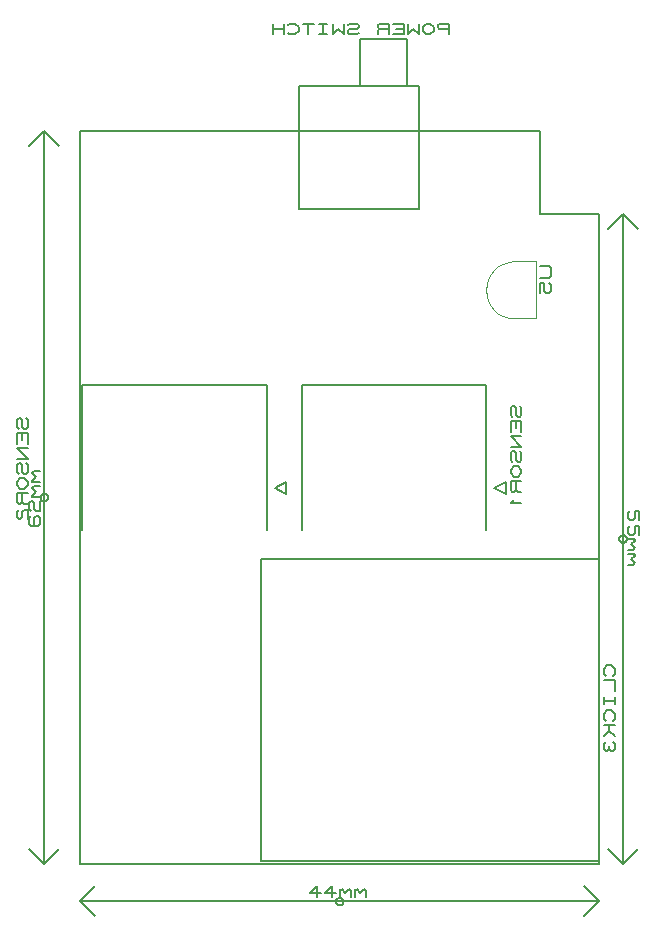
<source format=gbr>
G04 PROTEUS GERBER X2 FILE*
%TF.GenerationSoftware,Labcenter,Proteus,8.12-SP0-Build30713*%
%TF.CreationDate,2023-07-17T11:58:22+00:00*%
%TF.FileFunction,Legend,Bot*%
%TF.FilePolarity,Positive*%
%TF.Part,Single*%
%TF.SameCoordinates,{929d0d33-b1dc-492e-9cfe-804fc5f4831e}*%
%FSLAX45Y45*%
%MOMM*%
G01*
%TA.AperFunction,Material*%
%ADD22C,0.127000*%
%ADD23C,0.203200*%
%TA.AperFunction,Profile*%
%ADD20C,0.203200*%
%TA.AperFunction,NonMaterial*%
%ADD21C,0.203200*%
%TA.AperFunction,Material*%
%ADD26C,0.100000*%
%TD.AperFunction*%
D22*
X+1582000Y+2828000D02*
X+1582000Y+4052000D01*
X+18000Y+4052000D01*
X+18000Y+2828000D01*
X+1750000Y+3130000D02*
X+1750000Y+3230000D01*
X+1650000Y+3180000D01*
X+1750000Y+3130000D01*
D23*
X-456970Y+3775000D02*
X-441730Y+3759125D01*
X-441730Y+3695625D01*
X-456970Y+3679750D01*
X-472210Y+3679750D01*
X-487450Y+3695625D01*
X-487450Y+3759125D01*
X-502690Y+3775000D01*
X-517930Y+3775000D01*
X-533170Y+3759125D01*
X-533170Y+3695625D01*
X-517930Y+3679750D01*
X-441730Y+3552750D02*
X-441730Y+3648000D01*
X-533170Y+3648000D01*
X-533170Y+3552750D01*
X-487450Y+3648000D02*
X-487450Y+3584500D01*
X-441730Y+3521000D02*
X-533170Y+3521000D01*
X-441730Y+3425750D01*
X-533170Y+3425750D01*
X-456970Y+3394000D02*
X-441730Y+3378125D01*
X-441730Y+3314625D01*
X-456970Y+3298750D01*
X-472210Y+3298750D01*
X-487450Y+3314625D01*
X-487450Y+3378125D01*
X-502690Y+3394000D01*
X-517930Y+3394000D01*
X-533170Y+3378125D01*
X-533170Y+3314625D01*
X-517930Y+3298750D01*
X-502690Y+3267000D02*
X-533170Y+3235250D01*
X-533170Y+3203500D01*
X-502690Y+3171750D01*
X-472210Y+3171750D01*
X-441730Y+3203500D01*
X-441730Y+3235250D01*
X-472210Y+3267000D01*
X-502690Y+3267000D01*
X-441730Y+3140000D02*
X-533170Y+3140000D01*
X-533170Y+3060625D01*
X-517930Y+3044750D01*
X-502690Y+3044750D01*
X-487450Y+3060625D01*
X-487450Y+3140000D01*
X-487450Y+3060625D02*
X-472210Y+3044750D01*
X-441730Y+3044750D01*
X-517930Y+2997125D02*
X-533170Y+2981250D01*
X-533170Y+2933625D01*
X-517930Y+2917750D01*
X-502690Y+2917750D01*
X-487450Y+2933625D01*
X-487450Y+2981250D01*
X-472210Y+2997125D01*
X-441730Y+2997125D01*
X-441730Y+2917750D01*
D22*
X+3442000Y+2828000D02*
X+3442000Y+4052000D01*
X+1878000Y+4052000D01*
X+1878000Y+2828000D01*
X+3610000Y+3130000D02*
X+3610000Y+3230000D01*
X+3510000Y+3180000D01*
X+3610000Y+3130000D01*
D23*
X+3723030Y+3875000D02*
X+3738270Y+3859125D01*
X+3738270Y+3795625D01*
X+3723030Y+3779750D01*
X+3707790Y+3779750D01*
X+3692550Y+3795625D01*
X+3692550Y+3859125D01*
X+3677310Y+3875000D01*
X+3662070Y+3875000D01*
X+3646830Y+3859125D01*
X+3646830Y+3795625D01*
X+3662070Y+3779750D01*
X+3738270Y+3652750D02*
X+3738270Y+3748000D01*
X+3646830Y+3748000D01*
X+3646830Y+3652750D01*
X+3692550Y+3748000D02*
X+3692550Y+3684500D01*
X+3738270Y+3621000D02*
X+3646830Y+3621000D01*
X+3738270Y+3525750D01*
X+3646830Y+3525750D01*
X+3723030Y+3494000D02*
X+3738270Y+3478125D01*
X+3738270Y+3414625D01*
X+3723030Y+3398750D01*
X+3707790Y+3398750D01*
X+3692550Y+3414625D01*
X+3692550Y+3478125D01*
X+3677310Y+3494000D01*
X+3662070Y+3494000D01*
X+3646830Y+3478125D01*
X+3646830Y+3414625D01*
X+3662070Y+3398750D01*
X+3677310Y+3367000D02*
X+3646830Y+3335250D01*
X+3646830Y+3303500D01*
X+3677310Y+3271750D01*
X+3707790Y+3271750D01*
X+3738270Y+3303500D01*
X+3738270Y+3335250D01*
X+3707790Y+3367000D01*
X+3677310Y+3367000D01*
X+3738270Y+3240000D02*
X+3646830Y+3240000D01*
X+3646830Y+3160625D01*
X+3662070Y+3144750D01*
X+3677310Y+3144750D01*
X+3692550Y+3160625D01*
X+3692550Y+3240000D01*
X+3692550Y+3160625D02*
X+3707790Y+3144750D01*
X+3738270Y+3144750D01*
X+3677310Y+3081250D02*
X+3646830Y+3049500D01*
X+3738270Y+3049500D01*
X+1535400Y+20000D02*
X+4395400Y+20000D01*
X+4395400Y+2580000D01*
X+1535400Y+2580000D01*
X+1535400Y+20000D01*
X+4512240Y+1585750D02*
X+4527480Y+1601625D01*
X+4527480Y+1649250D01*
X+4497000Y+1681000D01*
X+4466520Y+1681000D01*
X+4436040Y+1649250D01*
X+4436040Y+1601625D01*
X+4451280Y+1585750D01*
X+4436040Y+1554000D02*
X+4527480Y+1554000D01*
X+4527480Y+1458750D01*
X+4436040Y+1411125D02*
X+4436040Y+1347625D01*
X+4436040Y+1379375D02*
X+4527480Y+1379375D01*
X+4527480Y+1411125D02*
X+4527480Y+1347625D01*
X+4512240Y+1204750D02*
X+4527480Y+1220625D01*
X+4527480Y+1268250D01*
X+4497000Y+1300000D01*
X+4466520Y+1300000D01*
X+4436040Y+1268250D01*
X+4436040Y+1220625D01*
X+4451280Y+1204750D01*
X+4436040Y+1173000D02*
X+4527480Y+1173000D01*
X+4436040Y+1077750D02*
X+4481760Y+1125375D01*
X+4527480Y+1077750D01*
X+4481760Y+1173000D02*
X+4481760Y+1125375D01*
X+4451280Y+1030125D02*
X+4436040Y+1014250D01*
X+4436040Y+966625D01*
X+4451280Y+950750D01*
X+4466520Y+950750D01*
X+4481760Y+966625D01*
X+4497000Y+950750D01*
X+4512240Y+950750D01*
X+4527480Y+966625D01*
X+4527480Y+1014250D01*
X+4512240Y+1030125D01*
X+4481760Y+998375D02*
X+4481760Y+966625D01*
D20*
X+0Y+0D02*
X+0Y+6200000D01*
X+3900000Y+6200000D01*
X+3900000Y+5500000D01*
X+4400000Y+5500000D01*
X+4400000Y+0D01*
D21*
X+0Y-320000D02*
X+4400000Y-320000D01*
X+0Y-320000D02*
X+127000Y-447000D01*
X+0Y-320000D02*
X+127000Y-193000D01*
X+4400000Y-320000D02*
X+4273000Y-193000D01*
X+4400000Y-320000D02*
X+4273000Y-447000D01*
X+2231750Y-320000D02*
X+2231641Y-317366D01*
X+2230751Y-312097D01*
X+2228889Y-306828D01*
X+2225846Y-301559D01*
X+2221191Y-296357D01*
X+2215922Y-292531D01*
X+2210653Y-290091D01*
X+2205384Y-288710D01*
X+2200115Y-288250D01*
X+2200000Y-288250D01*
X+2168250Y-320000D02*
X+2168359Y-317366D01*
X+2169249Y-312097D01*
X+2171111Y-306828D01*
X+2174154Y-301559D01*
X+2178809Y-296357D01*
X+2184078Y-292531D01*
X+2189347Y-290091D01*
X+2194616Y-288710D01*
X+2199885Y-288250D01*
X+2200000Y-288250D01*
X+2168250Y-320000D02*
X+2168359Y-322634D01*
X+2169249Y-327903D01*
X+2171111Y-333172D01*
X+2174154Y-338441D01*
X+2178809Y-343643D01*
X+2184078Y-347469D01*
X+2189347Y-349909D01*
X+2194616Y-351290D01*
X+2199885Y-351750D01*
X+2200000Y-351750D01*
X+2231750Y-320000D02*
X+2231641Y-322634D01*
X+2230751Y-327903D01*
X+2228889Y-333172D01*
X+2225846Y-338441D01*
X+2221191Y-343643D01*
X+2215922Y-347469D01*
X+2210653Y-349909D01*
X+2205384Y-351290D01*
X+2200115Y-351750D01*
X+2200000Y-351750D01*
X+2041250Y-248880D02*
X+1946000Y-248880D01*
X+2009500Y-187920D01*
X+2009500Y-279360D01*
X+2168250Y-248880D02*
X+2073000Y-248880D01*
X+2136500Y-187920D01*
X+2136500Y-279360D01*
X+2200000Y-279360D02*
X+2200000Y-218400D01*
X+2200000Y-233640D02*
X+2215875Y-218400D01*
X+2247625Y-248880D01*
X+2279375Y-218400D01*
X+2295250Y-233640D01*
X+2295250Y-279360D01*
X+2327000Y-279360D02*
X+2327000Y-218400D01*
X+2327000Y-233640D02*
X+2342875Y-218400D01*
X+2374625Y-248880D01*
X+2406375Y-218400D01*
X+2422250Y-233640D01*
X+2422250Y-279360D01*
D20*
X+0Y+0D02*
X+4400000Y+0D01*
D21*
X-300000Y+0D02*
X-300000Y+6200000D01*
X-300000Y+0D02*
X-173000Y+127000D01*
X-300000Y+0D02*
X-427000Y+127000D01*
X-300000Y+6200000D02*
X-427000Y+6073000D01*
X-300000Y+6200000D02*
X-173000Y+6073000D01*
X-268250Y+3100000D02*
X-268359Y+3102634D01*
X-269249Y+3107903D01*
X-271111Y+3113172D01*
X-274154Y+3118441D01*
X-278809Y+3123643D01*
X-284078Y+3127469D01*
X-289347Y+3129909D01*
X-294616Y+3131290D01*
X-299885Y+3131750D01*
X-300000Y+3131750D01*
X-331750Y+3100000D02*
X-331641Y+3102634D01*
X-330751Y+3107903D01*
X-328889Y+3113172D01*
X-325846Y+3118441D01*
X-321191Y+3123643D01*
X-315922Y+3127469D01*
X-310653Y+3129909D01*
X-305384Y+3131290D01*
X-300115Y+3131750D01*
X-300000Y+3131750D01*
X-331750Y+3100000D02*
X-331641Y+3097366D01*
X-330751Y+3092097D01*
X-328889Y+3086828D01*
X-325846Y+3081559D01*
X-321191Y+3076357D01*
X-315922Y+3072531D01*
X-310653Y+3070091D01*
X-305384Y+3068710D01*
X-300115Y+3068250D01*
X-300000Y+3068250D01*
X-268250Y+3100000D02*
X-268359Y+3097366D01*
X-269249Y+3092097D01*
X-271111Y+3086828D01*
X-274154Y+3081559D01*
X-278809Y+3076357D01*
X-284078Y+3072531D01*
X-289347Y+3070091D01*
X-294616Y+3068710D01*
X-299885Y+3068250D01*
X-300000Y+3068250D01*
X-416840Y+2941250D02*
X-432080Y+2925375D01*
X-432080Y+2877750D01*
X-416840Y+2861875D01*
X-355880Y+2861875D01*
X-340640Y+2877750D01*
X-340640Y+2925375D01*
X-355880Y+2941250D01*
X-371120Y+2941250D01*
X-386360Y+2925375D01*
X-386360Y+2861875D01*
X-416840Y+2988875D02*
X-432080Y+3004750D01*
X-432080Y+3052375D01*
X-416840Y+3068250D01*
X-401600Y+3068250D01*
X-386360Y+3052375D01*
X-386360Y+3004750D01*
X-371120Y+2988875D01*
X-340640Y+2988875D01*
X-340640Y+3068250D01*
X-340640Y+3100000D02*
X-401600Y+3100000D01*
X-386360Y+3100000D02*
X-401600Y+3115875D01*
X-371120Y+3147625D01*
X-401600Y+3179375D01*
X-386360Y+3195250D01*
X-340640Y+3195250D01*
X-340640Y+3227000D02*
X-401600Y+3227000D01*
X-386360Y+3227000D02*
X-401600Y+3242875D01*
X-371120Y+3274625D01*
X-401600Y+3306375D01*
X-386360Y+3322250D01*
X-340640Y+3322250D01*
X+4600000Y+5500000D02*
X+4600000Y+0D01*
X+4600000Y+5500000D02*
X+4473000Y+5373000D01*
X+4600000Y+5500000D02*
X+4727000Y+5373000D01*
X+4600000Y+0D02*
X+4727000Y+127000D01*
X+4600000Y+0D02*
X+4473000Y+127000D01*
X+4631750Y+2750000D02*
X+4631641Y+2752634D01*
X+4630751Y+2757903D01*
X+4628889Y+2763172D01*
X+4625846Y+2768441D01*
X+4621191Y+2773643D01*
X+4615922Y+2777469D01*
X+4610653Y+2779909D01*
X+4605384Y+2781290D01*
X+4600115Y+2781750D01*
X+4600000Y+2781750D01*
X+4568250Y+2750000D02*
X+4568359Y+2752634D01*
X+4569249Y+2757903D01*
X+4571111Y+2763172D01*
X+4574154Y+2768441D01*
X+4578809Y+2773643D01*
X+4584078Y+2777469D01*
X+4589347Y+2779909D01*
X+4594616Y+2781290D01*
X+4599885Y+2781750D01*
X+4600000Y+2781750D01*
X+4568250Y+2750000D02*
X+4568359Y+2747366D01*
X+4569249Y+2742097D01*
X+4571111Y+2736828D01*
X+4574154Y+2731559D01*
X+4578809Y+2726357D01*
X+4584078Y+2722531D01*
X+4589347Y+2720091D01*
X+4594616Y+2718710D01*
X+4599885Y+2718250D01*
X+4600000Y+2718250D01*
X+4631750Y+2750000D02*
X+4631641Y+2747366D01*
X+4630751Y+2742097D01*
X+4628889Y+2736828D01*
X+4625846Y+2731559D01*
X+4621191Y+2726357D01*
X+4615922Y+2722531D01*
X+4610653Y+2720091D01*
X+4605384Y+2718710D01*
X+4600115Y+2718250D01*
X+4600000Y+2718250D01*
X+4732080Y+2908750D02*
X+4732080Y+2988125D01*
X+4701600Y+2988125D01*
X+4701600Y+2924625D01*
X+4686360Y+2908750D01*
X+4655880Y+2908750D01*
X+4640640Y+2924625D01*
X+4640640Y+2972250D01*
X+4655880Y+2988125D01*
X+4732080Y+2781750D02*
X+4732080Y+2861125D01*
X+4701600Y+2861125D01*
X+4701600Y+2797625D01*
X+4686360Y+2781750D01*
X+4655880Y+2781750D01*
X+4640640Y+2797625D01*
X+4640640Y+2845250D01*
X+4655880Y+2861125D01*
X+4640640Y+2750000D02*
X+4701600Y+2750000D01*
X+4686360Y+2750000D02*
X+4701600Y+2734125D01*
X+4671120Y+2702375D01*
X+4701600Y+2670625D01*
X+4686360Y+2654750D01*
X+4640640Y+2654750D01*
X+4640640Y+2623000D02*
X+4701600Y+2623000D01*
X+4686360Y+2623000D02*
X+4701600Y+2607125D01*
X+4671120Y+2575375D01*
X+4701600Y+2543625D01*
X+4686360Y+2527750D01*
X+4640640Y+2527750D01*
D23*
X+1854000Y+5540000D02*
X+2870000Y+5540000D01*
X+2870000Y+6580000D01*
X+1854000Y+6580000D01*
X+1854000Y+5540000D01*
X+2370000Y+6580000D02*
X+2770000Y+6580000D01*
X+2770000Y+6980000D01*
X+2370000Y+6980000D01*
X+2370000Y+6580000D01*
X+3124000Y+7020640D02*
X+3124000Y+7112080D01*
X+3044625Y+7112080D01*
X+3028750Y+7096840D01*
X+3028750Y+7081600D01*
X+3044625Y+7066360D01*
X+3124000Y+7066360D01*
X+2997000Y+7081600D02*
X+2965250Y+7112080D01*
X+2933500Y+7112080D01*
X+2901750Y+7081600D01*
X+2901750Y+7051120D01*
X+2933500Y+7020640D01*
X+2965250Y+7020640D01*
X+2997000Y+7051120D01*
X+2997000Y+7081600D01*
X+2870000Y+7112080D02*
X+2870000Y+7020640D01*
X+2822375Y+7066360D01*
X+2774750Y+7020640D01*
X+2774750Y+7112080D01*
X+2647750Y+7020640D02*
X+2743000Y+7020640D01*
X+2743000Y+7112080D01*
X+2647750Y+7112080D01*
X+2743000Y+7066360D02*
X+2679500Y+7066360D01*
X+2616000Y+7020640D02*
X+2616000Y+7112080D01*
X+2536625Y+7112080D01*
X+2520750Y+7096840D01*
X+2520750Y+7081600D01*
X+2536625Y+7066360D01*
X+2616000Y+7066360D01*
X+2536625Y+7066360D02*
X+2520750Y+7051120D01*
X+2520750Y+7020640D01*
X+2362000Y+7035880D02*
X+2346125Y+7020640D01*
X+2282625Y+7020640D01*
X+2266750Y+7035880D01*
X+2266750Y+7051120D01*
X+2282625Y+7066360D01*
X+2346125Y+7066360D01*
X+2362000Y+7081600D01*
X+2362000Y+7096840D01*
X+2346125Y+7112080D01*
X+2282625Y+7112080D01*
X+2266750Y+7096840D01*
X+2235000Y+7112080D02*
X+2235000Y+7020640D01*
X+2187375Y+7066360D01*
X+2139750Y+7020640D01*
X+2139750Y+7112080D01*
X+2092125Y+7112080D02*
X+2028625Y+7112080D01*
X+2060375Y+7112080D02*
X+2060375Y+7020640D01*
X+2092125Y+7020640D02*
X+2028625Y+7020640D01*
X+1981000Y+7112080D02*
X+1885750Y+7112080D01*
X+1933375Y+7112080D02*
X+1933375Y+7020640D01*
X+1758750Y+7035880D02*
X+1774625Y+7020640D01*
X+1822250Y+7020640D01*
X+1854000Y+7051120D01*
X+1854000Y+7081600D01*
X+1822250Y+7112080D01*
X+1774625Y+7112080D01*
X+1758750Y+7096840D01*
X+1727000Y+7020640D02*
X+1727000Y+7112080D01*
X+1631750Y+7112080D02*
X+1631750Y+7020640D01*
X+1727000Y+7066360D02*
X+1631750Y+7066360D01*
D26*
X+3864000Y+4615700D02*
X+3864000Y+4615700D01*
X+3864000Y+5098300D01*
X+3864000Y+5098300D01*
X+3864000Y+4615700D01*
X+3680000Y+5098300D02*
X+3864000Y+5098300D01*
X+3864000Y+5098300D01*
X+3680000Y+5098300D01*
X+3680000Y+5098300D01*
X+3630662Y+5093499D01*
X+3585035Y+5079684D01*
X+3544004Y+5057740D01*
X+3508451Y+5028549D01*
X+3479260Y+4992996D01*
X+3457316Y+4951965D01*
X+3443501Y+4906338D01*
X+3438700Y+4857000D01*
X+3443501Y+4807662D01*
X+3457316Y+4762035D01*
X+3479260Y+4721004D01*
X+3508451Y+4685451D01*
X+3544004Y+4656260D01*
X+3585035Y+4634316D01*
X+3630662Y+4620501D01*
X+3680000Y+4615700D01*
X+3864000Y+4615700D01*
D23*
X+3899480Y+5055700D02*
X+3975680Y+5055700D01*
X+3990920Y+5039825D01*
X+3990920Y+4976325D01*
X+3975680Y+4960450D01*
X+3899480Y+4960450D01*
X+3899480Y+4833450D02*
X+3899480Y+4912825D01*
X+3929960Y+4912825D01*
X+3929960Y+4849325D01*
X+3945200Y+4833450D01*
X+3975680Y+4833450D01*
X+3990920Y+4849325D01*
X+3990920Y+4896950D01*
X+3975680Y+4912825D01*
M02*

</source>
